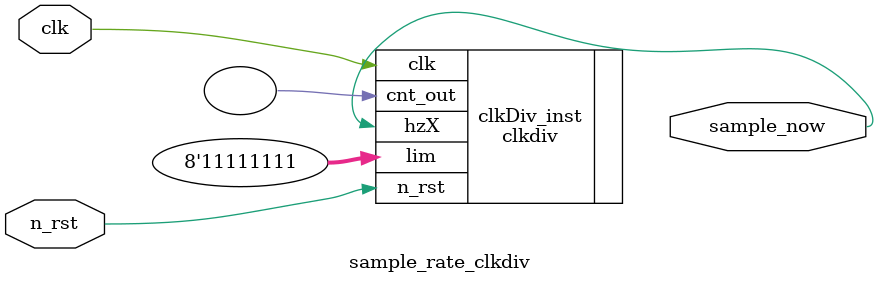
<source format=sv>
`default_nettype none



module sample_rate_clkdiv(
    //inputs
    input logic clk,                   // clock
    input logic n_rst,                 // active high reset
    //outputs
    output logic sample_now            // sample now
    );

//internal signals
    clkdiv #(
        .BITLEN(8)
    ) clkDiv_inst (
        .clk(clk),
        .n_rst(n_rst),
        .lim(8'd255),
        .hzX(sample_now),
        .cnt_out()
    ); 

endmodule


</source>
